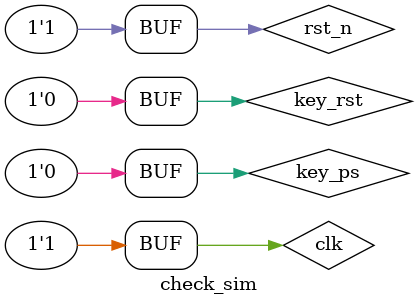
<source format=v>
`timescale 1 us/1 us
module check_sim();
   reg     clk,rst_n,key_rst,key_ps;
   wire    key_rst_en,key_ps_en;
   
   
check u1 (
     .clk(clk),
	 .rst_n(rst_n),
	 .key_rst(key_rst),
	 .key_rst_en(key_rst_en),
	 .key_ps(key_ps),
	 .key_ps_en(key_ps_en)

);

initial
begin
 
  rst_n =      1'b0;
  rst_n = #500 1'b1;
end 

always
begin
  clk =      1'b0;
  clk = #500 1'b1;
        #500;
       
end

initial
begin
  key_rst =        1'b0;
  key_rst = #1000 1'b1;
  key_rst = #5000  1'b0;
  key_rst = #5000 1'b1;
  key_rst = #11000 1'b0;
  
end 
initial
begin
  key_ps =        1'b0;
  key_ps = #2000 1'b1;
  key_ps = #5000  1'b0;
  key_ps = #5000 1'b1;
  key_ps = #11000 1'b0;
  
end 
endmodule
</source>
